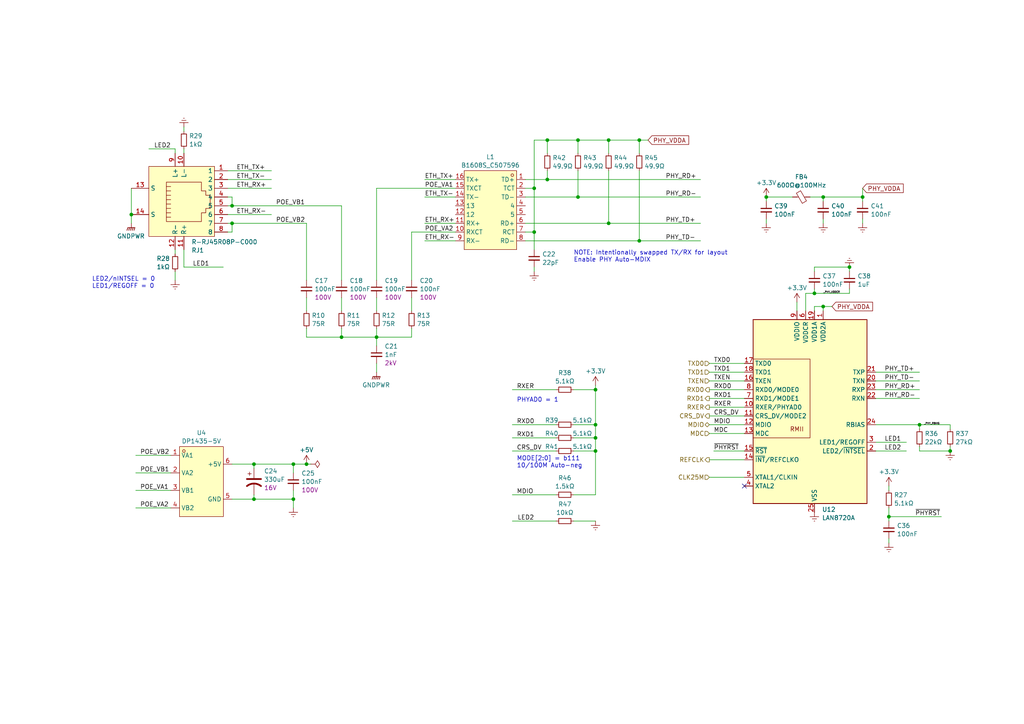
<source format=kicad_sch>
(kicad_sch (version 20231120) (generator "eeschema") (generator_version "8.0")
  (paper "A4")
  (lib_symbols
    (symbol "Device:C_Polarized_US" (pin_numbers hide) (pin_names (offset 0.254) hide)
      (property "Reference" "C" (at 0.635 2.54 0))
      (property "Value" "C_Polarized_US" (at 0.635 -2.54 0))
      (symbol "C_Polarized_US_0_1"
        (polyline (pts (xy -2.032 0.762) (xy 2.032 0.762)) (stroke (width 0.508)))
        (polyline (pts (xy -1.778 2.286) (xy -0.762 2.286)))
        (polyline (pts (xy -1.27 1.778) (xy -1.27 2.794)))
        (arc (start 2.032 -1.27) (mid 0 -0.5572) (end -2.032 -1.27) (stroke (width 0.508)))
      )
      (symbol "C_Polarized_US_1_1"
        (pin passive line (at 0 3.81 270) (length 2.794) (name "~") (number "1"))
        (pin passive line (at 0 -3.81 90) (length 3.302) (name "~") (number "2"))
      )
    )
    (symbol "Device:C_Small" (pin_numbers hide) (pin_names (offset 0.254) hide)
      (property "Reference" "C" (at 0.254 1.778 0))
      (property "Value" "C_Small" (at 0.254 -2.032 0))
      (symbol "C_Small_0_1"
        (polyline (pts (xy -1.524 -0.508) (xy 1.524 -0.508)) (stroke (width 0.3302)))
        (polyline (pts (xy -1.524 0.508) (xy 1.524 0.508)) (stroke (width 0.3048)))
      )
      (symbol "C_Small_1_1"
        (pin passive line (at 0 2.54 270) (length 2.032) (name "~") (number "1"))
        (pin passive line (at 0 -2.54 90) (length 2.032) (name "~") (number "2"))
      )
    )
    (symbol "Device:FerriteBead_Small" (pin_numbers hide) (pin_names (offset 0))
      (property "Reference" "FB" (at 1.905 1.27 0))
      (property "Value" "FerriteBead_Small" (at 1.905 -1.27 0))
      (symbol "FerriteBead_Small_0_1"
        (polyline (pts (xy 0 -1.27) (xy 0 -0.7874)))
        (polyline (pts (xy 0 0.889) (xy 0 1.2954)))
        (polyline (pts (xy -1.8288 0.2794) (xy -1.1176 1.4986) (xy 1.8288 -0.2032) (xy 1.1176 -1.4224) (xy -1.8288 0.2794)))
      )
      (symbol "FerriteBead_Small_1_1"
        (pin passive line (at 0 2.54 270) (length 1.27) (name "~") (number "1"))
        (pin passive line (at 0 -2.54 90) (length 1.27) (name "~") (number "2"))
      )
    )
    (symbol "Device:R_Small" (pin_numbers hide) (pin_names (offset 0.254) hide)
      (property "Reference" "R" (at 0.762 0.508 0))
      (property "Value" "R_Small" (at 0.762 -1.016 0))
      (symbol "R_Small_0_1"
        (rectangle (start -0.762 1.778) (end 0.762 -1.778) (stroke (width 0.2032)))
      )
      (symbol "R_Small_1_1"
        (pin passive line (at 0 2.54 270) (length 0.762) (name "~") (number "1"))
        (pin passive line (at 0 -2.54 90) (length 0.762) (name "~") (number "2"))
      )
    )
    (symbol "Interface_Ethernet:LAN8720A"
      (property "Reference" "U" (at -13.97 29.21 0))
      (property "Value" "LAN8720A" (at 15.24 29.21 0))
      (symbol "LAN8720A_0_0"
        (text "RMII" (at -5.08 -3.81 0) (effects (font (size 1.27 1.27))))
      )
      (symbol "LAN8720A_0_1"
        (rectangle (start -17.78 27.94) (end 15.24 -25.4) (stroke (width 0.254)) (fill (type background)))
        (polyline (pts (xy -17.78 -6.35) (xy -1.27 -6.35) (xy -1.27 16.51) (xy -17.78 16.51)))
      )
      (symbol "LAN8720A_1_1"
        (pin power_in line (at 2.54 30.48 270) (length 2.54) (name "VDD2A") (number "1"))
        (pin output line (at -20.32 2.54 0) (length 2.54) (name "RXER/PHYAD0") (number "10"))
        (pin bidirectional line (at -20.32 0 0) (length 2.54) (name "CRS_DV/MODE2") (number "11"))
        (pin bidirectional line (at -20.32 -2.54 0) (length 2.54) (name "MDIO") (number "12"))
        (pin input line (at -20.32 -5.08 0) (length 2.54) (name "MDC") (number "13"))
        (pin output line (at -20.32 -12.7 0) (length 2.54) (name "~{INT}/REFCLKO") (number "14"))
        (pin input line (at -20.32 -10.16 0) (length 2.54) (name "~{RST}") (number "15"))
        (pin input line (at -20.32 10.16 0) (length 2.54) (name "TXEN") (number "16"))
        (pin input line (at -20.32 15.24 0) (length 2.54) (name "TXD0") (number "17"))
        (pin input line (at -20.32 12.7 0) (length 2.54) (name "TXD1") (number "18"))
        (pin power_in line (at 0 30.48 270) (length 2.54) (name "VDD1A") (number "19"))
        (pin bidirectional line (at 17.78 -10.16 180) (length 2.54) (name "LED2/~{INTSEL}") (number "2"))
        (pin bidirectional line (at 17.78 10.16 180) (length 2.54) (name "TXN") (number "20"))
        (pin bidirectional line (at 17.78 12.7 180) (length 2.54) (name "TXP") (number "21"))
        (pin bidirectional line (at 17.78 5.08 180) (length 2.54) (name "RXN") (number "22"))
        (pin bidirectional line (at 17.78 7.62 180) (length 2.54) (name "RXP") (number "23"))
        (pin passive line (at 17.78 -2.54 180) (length 2.54) (name "RBIAS") (number "24"))
        (pin power_in line (at 0 -27.94 90) (length 2.54) (name "VSS") (number "25"))
        (pin bidirectional line (at 17.78 -7.62 180) (length 2.54) (name "LED1/REGOFF") (number "3"))
        (pin output line (at -20.32 -20.32 0) (length 2.54) (name "XTAL2") (number "4"))
        (pin input line (at -20.32 -17.78 0) (length 2.54) (name "XTAL1/CLKIN") (number "5"))
        (pin power_in line (at -2.54 30.48 270) (length 2.54) (name "VDDCR") (number "6"))
        (pin bidirectional line (at -20.32 5.08 0) (length 2.54) (name "RXD1/MODE1") (number "7"))
        (pin bidirectional line (at -20.32 7.62 0) (length 2.54) (name "RXD0/MODE0") (number "8"))
        (pin power_in line (at -5.08 30.48 270) (length 2.54) (name "VDDIO") (number "9"))
      )
    )
    (symbol "easyeda2kicad:B1608S_C507596"
      (property "Reference" "L" (at 0 12.7 0))
      (property "Value" "B1608S_C507596" (at 0 -15.24 0))
      (symbol "B1608S_C507596_0_1"
        (rectangle (start -7.62 10.16) (end 7.62 -12.7) (fill (type background)))
        (circle (center -6.35 8.89) (radius 0.38))
        (pin unspecified line (at -10.16 7.62 0) (length 2.54) (name "TD+") (number "1"))
        (pin unspecified line (at 10.16 -7.62 180) (length 2.54) (name "RXCT") (number "10"))
        (pin unspecified line (at 10.16 -5.08 180) (length 2.54) (name "RX+") (number "11"))
        (pin unspecified line (at 10.16 -2.54 180) (length 2.54) (name "12") (number "12"))
        (pin unspecified line (at 10.16 0 180) (length 2.54) (name "13") (number "13"))
        (pin unspecified line (at 10.16 2.54 180) (length 2.54) (name "TX-") (number "14"))
        (pin unspecified line (at 10.16 5.08 180) (length 2.54) (name "TXCT") (number "15"))
        (pin unspecified line (at 10.16 7.62 180) (length 2.54) (name "TX+") (number "16"))
        (pin unspecified line (at -10.16 5.08 0) (length 2.54) (name "TCT") (number "2"))
        (pin unspecified line (at -10.16 2.54 0) (length 2.54) (name "TD-") (number "3"))
        (pin unspecified line (at -10.16 0 0) (length 2.54) (name "4") (number "4"))
        (pin unspecified line (at -10.16 -2.54 0) (length 2.54) (name "5") (number "5"))
        (pin unspecified line (at -10.16 -5.08 0) (length 2.54) (name "RD+") (number "6"))
        (pin unspecified line (at -10.16 -7.62 0) (length 2.54) (name "RCT") (number "7"))
        (pin unspecified line (at -10.16 -10.16 0) (length 2.54) (name "RD-") (number "8"))
        (pin unspecified line (at 10.16 -10.16 180) (length 2.54) (name "RX-") (number "9"))
      )
    )
    (symbol "easyeda2kicad:DP1435-5V"
      (property "Reference" "U" (at 0 12.7 0))
      (property "Value" "DP1435-5V" (at 0 -12.7 0))
      (symbol "DP1435-5V_0_1"
        (rectangle (start -6.35 10.16) (end 6.35 -10.16) (fill (type background)))
        (circle (center -5.08 8.89) (radius 0.38))
        (pin unspecified line (at -8.89 7.62 0) (length 2.54) (name "VA1") (number "1"))
        (pin unspecified line (at -8.89 2.54 0) (length 2.54) (name "VA2") (number "2"))
        (pin unspecified line (at -8.89 -2.54 0) (length 2.54) (name "VB1") (number "3"))
        (pin unspecified line (at -8.89 -7.62 0) (length 2.54) (name "VB2") (number "4"))
        (pin unspecified line (at 8.89 -5.08 180) (length 2.54) (name "GND") (number "5"))
        (pin unspecified line (at 8.89 5.08 180) (length 2.54) (name "+5V") (number "6"))
      )
    )
    (symbol "easyeda2kicad:R-RJ45R08P-C000"
      (property "Reference" "RJ" (at 0 20.32 0))
      (property "Value" "R-RJ45R08P-C000" (at 0 -17.78 0))
      (symbol "R-RJ45R08P-C000_0_1"
        (rectangle (start -11.43 10.16) (end 8.89 -8.89) (fill (type background)))
        (polyline (pts (xy -5.59 3.81) (xy -5.59 5.08) (xy -5.59 5.08)))
        (polyline (pts (xy -4.32 5.08) (xy -4.32 3.81) (xy -4.32 3.81)))
        (polyline (pts (xy -3.05 5.08) (xy -3.05 3.81) (xy -3.05 3.81)))
        (polyline (pts (xy -1.78 5.08) (xy -1.78 3.81) (xy -1.78 3.81)))
        (polyline (pts (xy -0.51 5.08) (xy -0.51 3.81) (xy -0.51 3.81)))
        (polyline (pts (xy 0.76 5.08) (xy 0.76 3.81) (xy 0.76 3.81)))
        (polyline (pts (xy 2.03 3.81) (xy 2.03 5.08) (xy 2.03 5.08)))
        (polyline (pts (xy 3.3 3.81) (xy 3.3 5.08) (xy 3.3 5.08)))
        (polyline (pts (xy -6.86 5.08) (xy 4.57 5.08) (xy 4.57 -5.08) (xy 2.03 -5.08) (xy 2.03 -6.35) (xy 0.76 -6.35) (xy 0.76 -7.62) (xy -3.05 -7.62) (xy -3.05 -6.35) (xy -4.32 -6.35) (xy -4.32 -5.08) (xy -6.86 -5.08) (xy -6.86 5.08) (xy -6.86 5.08)) (fill (type background)))
        (pin unspecified line (at -10.16 -12.7 90) (length 3.81) (name "1") (number "1"))
        (pin unspecified line (at -15.24 0 0) (length 3.81) (name "L-") (number "10"))
        (pin unspecified line (at 12.7 0 180) (length 3.81) (name "R+") (number "11"))
        (pin unspecified line (at 12.7 2.54 180) (length 3.81) (name "R-") (number "12"))
        (pin unspecified line (at -5.08 15.24 270) (length 5.08) (name "S") (number "13"))
        (pin unspecified line (at 2.54 15.24 270) (length 5.08) (name "S") (number "14"))
        (pin unspecified line (at -7.62 -12.7 90) (length 3.81) (name "2") (number "2"))
        (pin unspecified line (at -5.08 -12.7 90) (length 3.81) (name "3") (number "3"))
        (pin unspecified line (at -2.54 -12.7 90) (length 3.81) (name "4") (number "4"))
        (pin unspecified line (at 0 -12.7 90) (length 3.81) (name "5") (number "5"))
        (pin unspecified line (at 2.54 -12.7 90) (length 3.81) (name "6") (number "6"))
        (pin unspecified line (at 5.08 -12.7 90) (length 3.81) (name "7") (number "7"))
        (pin unspecified line (at 7.62 -12.7 90) (length 3.81) (name "8") (number "8"))
        (pin unspecified line (at -15.24 2.54 0) (length 3.81) (name "L+") (number "9"))
      )
    )
    (symbol "power:+3.3V" (power) (pin_names (offset 0))
      (property "Value" "+3.3V" (at 0 3.556 0))
      (symbol "+3.3V_0_1"
        (polyline (pts (xy -0.762 1.27) (xy 0 2.54)))
        (polyline (pts (xy 0 0) (xy 0 2.54)))
        (polyline (pts (xy 0 2.54) (xy 0.762 1.27)))
      )
      (symbol "+3.3V_1_1"
        (pin power_in line (at 0 0 90) (length 0) hide (name "+3.3V") (number "1"))
      )
    )
    (symbol "power:+5V" (power) (pin_names (offset 0))
      (property "Value" "+5V" (at 0 3.556 0))
      (symbol "+5V_0_1"
        (polyline (pts (xy -0.762 1.27) (xy 0 2.54)))
        (polyline (pts (xy 0 0) (xy 0 2.54)))
        (polyline (pts (xy 0 2.54) (xy 0.762 1.27)))
      )
      (symbol "+5V_1_1"
        (pin power_in line (at 0 0 90) (length 0) hide (name "+5V") (number "1"))
      )
    )
    (symbol "power:Earth" (power) (pin_names (offset 0))
      (symbol "Earth_0_1"
        (polyline (pts (xy -0.635 -1.905) (xy 0.635 -1.905)))
        (polyline (pts (xy -0.127 -2.54) (xy 0.127 -2.54)))
        (polyline (pts (xy 0 -1.27) (xy 0 0)))
        (polyline (pts (xy 1.27 -1.27) (xy -1.27 -1.27)))
      )
      (symbol "Earth_1_1"
        (pin power_in line (at 0 0 270) (length 0) hide (name "Earth") (number "1"))
      )
    )
    (symbol "power:GNDPWR" (power) (pin_names (offset 0))
      (property "Value" "GNDPWR" (at 0 -3.302 0))
      (symbol "GNDPWR_0_1"
        (polyline (pts (xy 0 -1.27) (xy 0 0)))
        (polyline (pts (xy -1.016 -1.27) (xy -1.27 -2.032) (xy -1.27 -2.032)) (stroke (width 0.2032)))
        (polyline (pts (xy -0.508 -1.27) (xy -0.762 -2.032) (xy -0.762 -2.032)) (stroke (width 0.2032)))
        (polyline (pts (xy 0 -1.27) (xy -0.254 -2.032) (xy -0.254 -2.032)) (stroke (width 0.2032)))
        (polyline (pts (xy 0.508 -1.27) (xy 0.254 -2.032) (xy 0.254 -2.032)) (stroke (width 0.2032)))
        (polyline (pts (xy 1.016 -1.27) (xy -1.016 -1.27) (xy -1.016 -1.27)) (stroke (width 0.2032)))
        (polyline (pts (xy 1.016 -1.27) (xy 0.762 -2.032) (xy 0.762 -2.032) (xy 0.762 -2.032)) (stroke (width 0.2032)))
      )
      (symbol "GNDPWR_1_1"
        (pin power_in line (at 0 0 270) (length 0) hide (name "GNDPWR") (number "1"))
      )
    )
    (symbol "power:PWR_FLAG" (power) (pin_numbers hide) (pin_names (offset 0) hide)
      (property "Value" "PWR_FLAG" (at 0 3.81 0))
      (symbol "PWR_FLAG_0_0"
        (pin power_out line (at 0 0 90) (length 0) (name "pwr") (number "1"))
      )
      (symbol "PWR_FLAG_0_1"
        (polyline (pts (xy 0 0) (xy 0 1.27) (xy -1.016 1.905) (xy 0 2.54) (xy 1.016 1.905) (xy 0 1.27)))
      )
    )
  )
  (junction (at 176.53 64.77))
  (junction (at 154.94 67.31))
  (junction (at 176.53 40.64))
  (junction (at 38.1 62.23))
  (junction (at 167.64 40.64))
  (junction (at 73.66 144.78))
  (junction (at 99.06 97.79))
  (junction (at 85.09 144.78))
  (junction (at 185.42 69.85))
  (junction (at 158.75 40.64))
  (junction (at 154.94 54.61))
  (junction (at 238.76 88.9))
  (junction (at 257.81 149.86))
  (junction (at 85.09 134.62))
  (junction (at 67.31 59.69))
  (junction (at 246.38 77.47))
  (junction (at 167.64 57.15))
  (junction (at 172.72 123.19))
  (junction (at 266.7 123.19))
  (junction (at 109.22 97.79))
  (junction (at 172.72 127))
  (junction (at 172.72 113.03))
  (junction (at 67.31 64.77))
  (junction (at 73.66 134.62))
  (junction (at 185.42 40.64))
  (junction (at 275.59 130.81))
  (junction (at 236.22 85.09))
  (junction (at 222.25 57.15))
  (junction (at 88.9 134.62))
  (junction (at 172.72 130.81))
  (junction (at 250.19 57.15))
  (junction (at 238.76 57.15))
  (junction (at 158.75 52.07))
  (no_connect (at 215.9 140.97))
  (wire (pts (xy 166.37 127) (xy 172.72 127)))
  (wire (pts (xy 250.19 54.61) (xy 250.19 57.15)))
  (wire (pts (xy 185.42 40.64) (xy 185.42 44.45)))
  (wire (pts (xy 66.04 62.23) (xy 78.74 62.23)))
  (wire (pts (xy 148.59 143.51) (xy 161.29 143.51)))
  (wire (pts (xy 67.31 67.31) (xy 67.31 64.77)))
  (wire (pts (xy 176.53 40.64) (xy 176.53 44.45)))
  (wire (pts (xy 176.53 49.53) (xy 176.53 64.77)))
  (wire (pts (xy 257.81 147.32) (xy 257.81 149.86)))
  (wire (pts (xy 236.22 77.47) (xy 236.22 78.74)))
  (wire (pts (xy 250.19 58.42) (xy 250.19 57.15)))
  (wire (pts (xy 109.22 105.41) (xy 109.22 107.95)))
  (wire (pts (xy 236.22 85.09) (xy 246.38 85.09)))
  (wire (pts (xy 50.8 43.18) (xy 50.8 44.45)))
  (wire (pts (xy 123.19 64.77) (xy 132.08 64.77)))
  (wire (pts (xy 172.72 130.81) (xy 172.72 127)))
  (wire (pts (xy 254 110.49) (xy 266.7 110.49)))
  (wire (pts (xy 123.19 52.07) (xy 132.08 52.07)))
  (wire (pts (xy 99.06 86.36) (xy 99.06 90.17)))
  (wire (pts (xy 88.9 64.77) (xy 88.9 81.28)))
  (wire (pts (xy 207.01 130.81) (xy 215.9 130.81)))
  (wire (pts (xy 205.74 120.65) (xy 215.9 120.65)))
  (wire (pts (xy 73.66 134.62) (xy 85.09 134.62)))
  (wire (pts (xy 205.74 113.03) (xy 215.9 113.03)))
  (wire (pts (xy 167.64 40.64) (xy 167.64 44.45)))
  (wire (pts (xy 66.04 54.61) (xy 78.74 54.61)))
  (wire (pts (xy 88.9 95.25) (xy 88.9 97.79)))
  (wire (pts (xy 246.38 77.47) (xy 246.38 78.74)))
  (wire (pts (xy 205.74 110.49) (xy 215.9 110.49)))
  (wire (pts (xy 66.04 59.69) (xy 67.31 59.69)))
  (wire (pts (xy 158.75 40.64) (xy 154.94 40.64)))
  (wire (pts (xy 254 115.57) (xy 266.7 115.57)))
  (wire (pts (xy 257.81 149.86) (xy 273.05 149.86)))
  (wire (pts (xy 123.19 69.85) (xy 132.08 69.85)))
  (wire (pts (xy 266.7 130.81) (xy 275.59 130.81)))
  (wire (pts (xy 38.1 54.61) (xy 38.1 62.23)))
  (wire (pts (xy 73.66 143.51) (xy 73.66 144.78)))
  (wire (pts (xy 246.38 83.82) (xy 246.38 85.09)))
  (wire (pts (xy 99.06 97.79) (xy 109.22 97.79)))
  (wire (pts (xy 148.59 127) (xy 161.29 127)))
  (wire (pts (xy 109.22 95.25) (xy 109.22 97.79)))
  (wire (pts (xy 167.64 57.15) (xy 203.2 57.15)))
  (wire (pts (xy 85.09 147.32) (xy 85.09 144.78)))
  (wire (pts (xy 187.96 40.64) (xy 185.42 40.64)))
  (wire (pts (xy 66.04 52.07) (xy 78.74 52.07)))
  (wire (pts (xy 238.76 88.9) (xy 241.3 88.9)))
  (wire (pts (xy 88.9 134.62) (xy 90.17 134.62)))
  (wire (pts (xy 238.76 57.15) (xy 250.19 57.15)))
  (wire (pts (xy 185.42 40.64) (xy 176.53 40.64)))
  (wire (pts (xy 222.25 63.5) (xy 222.25 64.77)))
  (wire (pts (xy 166.37 130.81) (xy 172.72 130.81)))
  (wire (pts (xy 205.74 123.19) (xy 215.9 123.19)))
  (wire (pts (xy 109.22 97.79) (xy 109.22 100.33)))
  (wire (pts (xy 64.77 77.47) (xy 53.34 77.47)))
  (wire (pts (xy 236.22 88.9) (xy 238.76 88.9)))
  (wire (pts (xy 148.59 130.81) (xy 161.29 130.81)))
  (wire (pts (xy 154.94 67.31) (xy 154.94 72.39)))
  (wire (pts (xy 266.7 123.19) (xy 266.7 124.46)))
  (wire (pts (xy 39.37 142.24) (xy 49.53 142.24)))
  (wire (pts (xy 148.59 123.19) (xy 161.29 123.19)))
  (wire (pts (xy 185.42 49.53) (xy 185.42 69.85)))
  (wire (pts (xy 205.74 133.35) (xy 215.9 133.35)))
  (wire (pts (xy 275.59 129.54) (xy 275.59 130.81)))
  (wire (pts (xy 148.59 113.03) (xy 161.29 113.03)))
  (wire (pts (xy 85.09 142.24) (xy 85.09 144.78)))
  (wire (pts (xy 148.59 151.13) (xy 161.29 151.13)))
  (wire (pts (xy 275.59 123.19) (xy 275.59 124.46)))
  (wire (pts (xy 236.22 77.47) (xy 246.38 77.47)))
  (wire (pts (xy 39.37 137.16) (xy 49.53 137.16)))
  (wire (pts (xy 229.87 57.15) (xy 222.25 57.15)))
  (wire (pts (xy 167.64 49.53) (xy 167.64 57.15)))
  (wire (pts (xy 166.37 151.13) (xy 172.72 151.13)))
  (wire (pts (xy 238.76 63.5) (xy 238.76 64.77)))
  (wire (pts (xy 166.37 143.51) (xy 172.72 143.51)))
  (wire (pts (xy 172.72 113.03) (xy 172.72 123.19)))
  (wire (pts (xy 236.22 83.82) (xy 236.22 85.09)))
  (wire (pts (xy 254 113.03) (xy 266.7 113.03)))
  (wire (pts (xy 205.74 125.73) (xy 215.9 125.73)))
  (wire (pts (xy 176.53 64.77) (xy 203.2 64.77)))
  (wire (pts (xy 172.72 111.76) (xy 172.72 113.03)))
  (wire (pts (xy 205.74 105.41) (xy 215.9 105.41)))
  (wire (pts (xy 158.75 49.53) (xy 158.75 52.07)))
  (wire (pts (xy 152.4 64.77) (xy 176.53 64.77)))
  (wire (pts (xy 233.68 85.09) (xy 236.22 85.09)))
  (wire (pts (xy 154.94 40.64) (xy 154.94 54.61)))
  (wire (pts (xy 154.94 67.31) (xy 154.94 54.61)))
  (wire (pts (xy 43.18 43.18) (xy 50.8 43.18)))
  (wire (pts (xy 73.66 144.78) (xy 85.09 144.78)))
  (wire (pts (xy 109.22 54.61) (xy 132.08 54.61)))
  (wire (pts (xy 238.76 88.9) (xy 238.76 90.17)))
  (wire (pts (xy 254 107.95) (xy 266.7 107.95)))
  (wire (pts (xy 73.66 134.62) (xy 73.66 135.89)))
  (wire (pts (xy 172.72 123.19) (xy 166.37 123.19)))
  (wire (pts (xy 99.06 59.69) (xy 99.06 81.28)))
  (wire (pts (xy 66.04 57.15) (xy 67.31 57.15)))
  (wire (pts (xy 119.38 97.79) (xy 119.38 95.25)))
  (wire (pts (xy 185.42 69.85) (xy 203.2 69.85)))
  (wire (pts (xy 152.4 52.07) (xy 158.75 52.07)))
  (wire (pts (xy 109.22 97.79) (xy 119.38 97.79)))
  (wire (pts (xy 152.4 57.15) (xy 167.64 57.15)))
  (wire (pts (xy 123.19 57.15) (xy 132.08 57.15)))
  (wire (pts (xy 99.06 95.25) (xy 99.06 97.79)))
  (wire (pts (xy 254 123.19) (xy 266.7 123.19)))
  (wire (pts (xy 205.74 107.95) (xy 215.9 107.95)))
  (wire (pts (xy 85.09 134.62) (xy 88.9 134.62)))
  (wire (pts (xy 53.34 43.18) (xy 53.34 44.45)))
  (wire (pts (xy 205.74 118.11) (xy 215.9 118.11)))
  (wire (pts (xy 109.22 81.28) (xy 109.22 54.61)))
  (wire (pts (xy 50.8 78.74) (xy 50.8 81.28)))
  (wire (pts (xy 152.4 67.31) (xy 154.94 67.31)))
  (wire (pts (xy 172.72 130.81) (xy 172.72 143.51)))
  (wire (pts (xy 67.31 57.15) (xy 67.31 59.69)))
  (wire (pts (xy 154.94 54.61) (xy 152.4 54.61)))
  (wire (pts (xy 109.22 86.36) (xy 109.22 90.17)))
  (wire (pts (xy 119.38 81.28) (xy 119.38 67.31)))
  (wire (pts (xy 222.25 57.15) (xy 222.25 58.42)))
  (wire (pts (xy 231.14 87.63) (xy 231.14 90.17)))
  (wire (pts (xy 66.04 67.31) (xy 67.31 67.31)))
  (wire (pts (xy 53.34 36.83) (xy 53.34 38.1)))
  (wire (pts (xy 167.64 40.64) (xy 158.75 40.64)))
  (wire (pts (xy 88.9 97.79) (xy 99.06 97.79)))
  (wire (pts (xy 39.37 132.08) (xy 49.53 132.08)))
  (wire (pts (xy 257.81 156.21) (xy 257.81 157.48)))
  (wire (pts (xy 119.38 86.36) (xy 119.38 90.17)))
  (wire (pts (xy 172.72 113.03) (xy 166.37 113.03)))
  (wire (pts (xy 266.7 123.19) (xy 275.59 123.19)))
  (wire (pts (xy 205.74 115.57) (xy 215.9 115.57)))
  (wire (pts (xy 67.31 64.77) (xy 88.9 64.77)))
  (wire (pts (xy 152.4 69.85) (xy 185.42 69.85)))
  (wire (pts (xy 158.75 40.64) (xy 158.75 44.45)))
  (wire (pts (xy 205.74 138.43) (xy 215.9 138.43)))
  (wire (pts (xy 250.19 63.5) (xy 250.19 64.77)))
  (wire (pts (xy 66.04 49.53) (xy 78.74 49.53)))
  (wire (pts (xy 234.95 57.15) (xy 238.76 57.15)))
  (wire (pts (xy 67.31 59.69) (xy 99.06 59.69)))
  (wire (pts (xy 236.22 90.17) (xy 236.22 88.9)))
  (wire (pts (xy 38.1 62.23) (xy 38.1 64.77)))
  (wire (pts (xy 266.7 129.54) (xy 266.7 130.81)))
  (wire (pts (xy 172.72 127) (xy 172.72 123.19)))
  (wire (pts (xy 119.38 67.31) (xy 132.08 67.31)))
  (wire (pts (xy 50.8 72.39) (xy 50.8 73.66)))
  (wire (pts (xy 254 130.81) (xy 262.89 130.81)))
  (wire (pts (xy 53.34 72.39) (xy 53.34 77.47)))
  (wire (pts (xy 88.9 86.36) (xy 88.9 90.17)))
  (wire (pts (xy 154.94 77.47) (xy 154.94 78.74)))
  (wire (pts (xy 176.53 40.64) (xy 167.64 40.64)))
  (wire (pts (xy 257.81 140.97) (xy 257.81 142.24)))
  (wire (pts (xy 67.31 144.78) (xy 73.66 144.78)))
  (wire (pts (xy 85.09 134.62) (xy 85.09 137.16)))
  (wire (pts (xy 67.31 64.77) (xy 66.04 64.77)))
  (wire (pts (xy 254 128.27) (xy 262.89 128.27)))
  (wire (pts (xy 257.81 149.86) (xy 257.81 151.13)))
  (wire (pts (xy 233.68 90.17) (xy 233.68 85.09)))
  (wire (pts (xy 238.76 57.15) (xy 238.76 58.42)))
  (wire (pts (xy 67.31 134.62) (xy 73.66 134.62)))
  (wire (pts (xy 158.75 52.07) (xy 203.2 52.07)))
  (wire (pts (xy 39.37 147.32) (xy 49.53 147.32)))
  (text "LED2/nINTSEL = 0\nLED1/REGOFF = 0" (at 26.67 83.82 0) (effects (font (size 1.27 1.27)) (justify left bottom)))
  (text "PHYAD0 = 1" (at 149.86 116.84 0) (effects (font (size 1.27 1.27)) (justify left bottom)))
  (text "NOTE: Intentionally swapped TX/RX for layout\nEnable PHY Auto-MDIX" (at 166.37 76.2 0) (effects (font (size 1.27 1.27)) (justify left bottom)))
  (text "MODE[2:0] = b111\n10/100M Auto-neg" (at 149.86 135.89 0) (effects (font (size 1.27 1.27)) (justify left bottom)))
  (label "LED2" (at 256.54 130.81 0))
  (label "RXD0" (at 207.01 113.03 0))
  (label "POE_VB2" (at 80.01 64.77 0))
  (label "CRS_DV" (at 207.01 120.65 0))
  (label "POE_VB1" (at 40.64 137.16 0))
  (label "PHY_RD-" (at 193.04 57.15 0))
  (label "TXD0" (at 207.01 105.41 0))
  (label "TXD1" (at 207.01 107.95 0))
  (label "PHY_TD-" (at 193.04 69.85 0))
  (label "POE_VA2" (at 123.19 67.31 0))
  (label "~{PHYRST}" (at 207.01 130.81 0))
  (label "LED2" (at 154.94 151.13 180))
  (label "RXD1" (at 149.86 127 0))
  (label "POE_VA1" (at 40.64 142.24 0))
  (label "ETH_RX-" (at 68.58 62.23 0))
  (label "PHY_TD+" (at 256.54 107.95 0))
  (label "ETH_TX-" (at 68.58 52.07 0))
  (label "ETH_TX-" (at 123.19 57.15 0))
  (label "LED1" (at 55.88 77.47 0))
  (label "ETH_TX+" (at 123.19 52.07 0))
  (label "LED2" (at 49.53 43.18 180))
  (label "CRS_DV" (at 149.86 130.81 0))
  (label "TXEN" (at 207.01 110.49 0))
  (label "POE_VB1" (at 80.01 59.69 0))
  (label "MDIO" (at 149.86 143.51 0))
  (label "ETH_RX+" (at 68.58 54.61 0))
  (label "PHY_TD+" (at 193.04 64.77 0))
  (label "ETH_TX+" (at 68.58 49.53 0))
  (label "RXER" (at 149.86 113.03 0))
  (label "RXD1" (at 207.01 115.57 0))
  (label "~{PHYRST}" (at 265.43 149.86 0))
  (label "LED1" (at 256.54 128.27 0))
  (label "POE_VB2" (at 40.64 132.08 0))
  (label "PHY_RD+" (at 256.54 113.03 0))
  (label "MDC" (at 207.01 125.73 0))
  (label "PHY_TD-" (at 256.54 110.49 0))
  (label "PHY_RD+" (at 193.04 52.07 0))
  (label "_PHY_RBIAS" (at 267.97 123.19 0) (effects (font (size 0.508 0.508))))
  (label "MDIO" (at 207.01 123.19 0))
  (label "RXER" (at 207.01 118.11 0))
  (label "_PHY_VDDCR" (at 238.76 85.09 0) (effects (font (size 0.508 0.508))))
  (label "POE_VA2" (at 40.64 147.32 0))
  (label "PHY_RD-" (at 256.54 115.57 0))
  (label "ETH_RX+" (at 123.19 64.77 0))
  (label "ETH_RX-" (at 123.19 69.85 0))
  (label "POE_VA1" (at 123.19 54.61 0))
  (label "RXD0" (at 149.86 123.19 0))
  (global_label "PHY_VDDA" (shape input) (at 250.19 54.61 0) (property "Intersheetrefs" "${INTERSHEET_REFS}" (effects (hide yes))))
  (global_label "PHY_VDDA" (shape input) (at 187.96 40.64 0) (property "Intersheetrefs" "${INTERSHEET_REFS}" (effects (hide yes))))
  (global_label "PHY_VDDA" (shape input) (at 241.3 88.9 0) (property "Intersheetrefs" "${INTERSHEET_REFS}" (effects (hide yes))))
  (hierarchical_label "TXD1" (shape input) (at 205.74 107.95 180))
  (hierarchical_label "MDC" (shape input) (at 205.74 125.73 180))
  (hierarchical_label "MDIO" (shape bidirectional) (at 205.74 123.19 180))
  (hierarchical_label "TXD0" (shape input) (at 205.74 105.41 180))
  (hierarchical_label "RXER" (shape output) (at 205.74 118.11 180))
  (hierarchical_label "CLK25M" (shape input) (at 205.74 138.43 180))
  (hierarchical_label "CRS_DV" (shape output) (at 205.74 120.65 180))
  (hierarchical_label "REFCLK" (shape output) (at 205.74 133.35 180))
  (hierarchical_label "RXD1" (shape output) (at 205.74 115.57 180))
  (hierarchical_label "RXD0" (shape output) (at 205.74 113.03 180))
  (hierarchical_label "TXEN" (shape input) (at 205.74 110.49 180))
  (symbol (lib_id "Device:FerriteBead_Small") (at 232.41 57.15 270) (mirror x) (unit 1)
    (property "Reference" "FB4" (at 232.4481 51.3039 90))
    (property "Value" "600Ω@100MHz" (at 232.4481 53.7281 90))
    (property "Footprint" "Inductor_SMD:L_0603_1608Metric" (effects (hide yes)))
    (property "LCSC Part" "C1002" (effects (hide yes)))
  )
  (symbol (lib_id "Device:R_Small") (at 275.59 127 0) (unit 1)
    (property "Reference" "R37" (at 277.0886 125.7879 0) (effects (justify left)))
    (property "Value" "27kΩ" (at 277.0886 128.2121 0) (effects (justify left)))
    (property "Footprint" "Resistor_SMD:R_0603_1608Metric" (effects (hide yes)))
  )
  (symbol (lib_id "power:GNDPWR") (at 109.22 107.95 0) (unit 1)
    (property "Reference" "#PWR031" (effects (hide yes)))
    (property "Value" "GNDPWR" (at 109.093 111.6767 0))
  )
  (symbol (lib_id "power:+3.3V") (at 222.25 57.15 0) (unit 1)
    (property "Reference" "#PWR018" (effects (hide yes)))
    (property "Value" "+3.3V" (at 222.25 53.0169 0))
  )
  (symbol (lib_id "Device:R_Small") (at 163.83 113.03 90) (unit 1)
    (property "Reference" "R38" (at 163.83 108.1491 90))
    (property "Value" "5.1kΩ" (at 163.83 110.5733 90))
    (property "Footprint" "Resistor_SMD:R_0402_1005Metric" (effects (hide yes)))
  )
  (symbol (lib_id "Device:C_Small") (at 238.76 60.96 0) (unit 1)
    (property "Reference" "C40" (at 241.0841 59.7542 0) (effects (justify left)))
    (property "Value" "100nF" (at 241.0841 62.1784 0) (effects (justify left)))
    (property "Footprint" "Capacitor_SMD:C_0402_1005Metric" (effects (hide yes)))
  )
  (symbol (lib_id "power:+3.3V") (at 257.81 140.97 0) (unit 1)
    (property "Reference" "#PWR016" (effects (hide yes)))
    (property "Value" "+3.3V" (at 257.81 136.8369 0))
  )
  (symbol (lib_id "Device:R_Small") (at 163.83 151.13 90) (unit 1)
    (property "Reference" "R47" (at 163.83 146.2491 90))
    (property "Value" "10kΩ" (at 163.83 148.6733 90))
    (property "Footprint" "Resistor_SMD:R_0402_1005Metric" (effects (hide yes)))
  )
  (symbol (lib_id "power:Earth") (at 154.94 78.74 0) (unit 1)
    (property "Reference" "#PWR032" (effects (hide yes)))
    (property "Value" "Earth" (effects (hide yes)))
  )
  (symbol (lib_id "power:Earth") (at 250.19 64.77 0) (unit 1)
    (property "Reference" "#PWR044" (effects (hide yes)))
    (property "Value" "Earth" (effects (hide yes)))
  )
  (symbol (lib_id "power:Earth") (at 53.34 36.83 180) (unit 1)
    (property "Reference" "#PWR033" (effects (hide yes)))
    (property "Value" "Earth" (effects (hide yes)))
  )
  (symbol (lib_id "Device:R_Small") (at 53.34 40.64 180) (unit 1)
    (property "Reference" "R29" (at 54.8386 39.4279 0) (effects (justify right)))
    (property "Value" "1kΩ" (at 54.8386 41.8521 0) (effects (justify right)))
    (property "Footprint" "Resistor_SMD:R_0402_1005Metric" (effects (hide yes)))
  )
  (symbol (lib_id "Device:R_Small") (at 163.83 127 90) (unit 1)
    (property "Reference" "R40" (at 160.02 125.73 90))
    (property "Value" "5.1kΩ" (at 168.91 125.73 90))
    (property "Footprint" "Resistor_SMD:R_0402_1005Metric" (effects (hide yes)))
  )
  (symbol (lib_id "Device:R_Small") (at 50.8 76.2 0) (unit 1)
    (property "Reference" "R28" (at 49.3014 74.9879 0) (effects (justify right)))
    (property "Value" "1kΩ" (at 49.3014 77.4121 0) (effects (justify right)))
    (property "Footprint" "Resistor_SMD:R_0402_1005Metric" (effects (hide yes)))
  )
  (symbol (lib_id "power:Earth") (at 85.09 147.32 0) (unit 1)
    (property "Reference" "#PWR034" (effects (hide yes)))
    (property "Value" "Earth" (effects (hide yes)))
  )
  (symbol (lib_id "Device:R_Small") (at 88.9 92.71 0) (unit 1)
    (property "Reference" "R10" (at 90.3986 91.4979 0) (effects (justify left)))
    (property "Value" "75R" (at 90.3986 93.9221 0) (effects (justify left)))
    (property "Footprint" "Resistor_SMD:R_0603_1608Metric" (effects (hide yes)))
  )
  (symbol (lib_id "Device:R_Small") (at 167.64 46.99 180) (unit 1)
    (property "Reference" "R43" (at 169.1386 45.7779 0) (effects (justify right)))
    (property "Value" "49.9Ω" (at 169.1386 48.2021 0) (effects (justify right)))
    (property "Footprint" "Resistor_SMD:R_0402_1005Metric" (effects (hide yes)))
  )
  (symbol (lib_id "Device:R_Small") (at 99.06 92.71 0) (unit 1)
    (property "Reference" "R11" (at 100.5586 91.4979 0) (effects (justify left)))
    (property "Value" "75R" (at 100.5586 93.9221 0) (effects (justify left)))
    (property "Footprint" "Resistor_SMD:R_0603_1608Metric" (effects (hide yes)))
  )
  (symbol (lib_id "Device:R_Small") (at 185.42 46.99 180) (unit 1)
    (property "Reference" "R45" (at 186.9186 45.7779 0) (effects (justify right)))
    (property "Value" "49.9Ω" (at 186.9186 48.2021 0) (effects (justify right)))
    (property "Footprint" "Resistor_SMD:R_0402_1005Metric" (effects (hide yes)))
  )
  (symbol (lib_id "Device:R_Small") (at 119.38 92.71 0) (unit 1)
    (property "Reference" "R13" (at 120.8786 91.4979 0) (effects (justify left)))
    (property "Value" "75R" (at 120.8786 93.9221 0) (effects (justify left)))
    (property "Footprint" "Resistor_SMD:R_0603_1608Metric" (effects (hide yes)))
  )
  (symbol (lib_id "power:Earth") (at 172.72 151.13 0) (unit 1)
    (property "Reference" "#PWR050" (effects (hide yes)))
    (property "Value" "Earth" (effects (hide yes)))
  )
  (symbol (lib_id "power:Earth") (at 275.59 130.81 0) (unit 1)
    (property "Reference" "#PWR045" (effects (hide yes)))
    (property "Value" "Earth" (effects (hide yes)))
  )
  (symbol (lib_id "easyeda2kicad:R-RJ45R08P-C000") (at 53.34 59.69 90) (mirror x) (unit 1)
    (property "Reference" "RJ1" (at 55.5341 72.5973 90) (effects (justify right)))
    (property "Value" "R-RJ45R08P-C000" (at 55.5341 70.1731 90) (effects (justify right)))
    (property "Footprint" "easyeda2kicad:RJ45-TH_R-RJ45R08P-C000" (effects (hide yes)))
    (property "Datasheet" "https://lcsc.com/product-detail/Ethernet-Connectors-Modular-Connectors-RJ45-RJ11_Shenzhen-Cankemeng-R-RJ45R08P-C000_C386757.html" (effects (hide yes)))
    (property "LCSC Part" "C386757" (effects (hide yes)))
  )
  (symbol (lib_id "power:Earth") (at 257.81 157.48 0) (unit 1)
    (property "Reference" "#PWR038" (effects (hide yes)))
    (property "Value" "Earth" (effects (hide yes)))
  )
  (symbol (lib_id "easyeda2kicad:B1608S_C507596") (at 142.24 59.69 0) (mirror y) (unit 1)
    (property "Reference" "L1" (at 142.24 45.5127 0))
    (property "Value" "B1608S_C507596" (at 142.24 47.9369 0))
    (property "Footprint" "easyeda2kicad:SMD-16_L12.7-W7.0-P1.27-LS9.5-BL" (effects (hide yes)))
    (property "Datasheet" "https://lcsc.com/product-detail/RJ45-Transformer_CND-tek-B1608S_C507596.html" (effects (hide yes)))
    (property "LCSC Part" "C507596" (effects (hide yes)))
  )
  (symbol (lib_id "Device:C_Small") (at 250.19 60.96 0) (unit 1)
    (property "Reference" "C41" (at 252.5141 59.7542 0) (effects (justify left)))
    (property "Value" "100nF" (at 252.5141 62.1784 0) (effects (justify left)))
    (property "Footprint" "Capacitor_SMD:C_0402_1005Metric" (effects (hide yes)))
  )
  (symbol (lib_id "Device:C_Small") (at 222.25 60.96 0) (unit 1)
    (property "Reference" "C39" (at 224.5741 59.7542 0) (effects (justify left)))
    (property "Value" "100nF" (at 224.5741 62.1784 0) (effects (justify left)))
    (property "Footprint" "Capacitor_SMD:C_0402_1005Metric" (effects (hide yes)))
  )
  (symbol (lib_id "power:+3.3V") (at 231.14 87.63 0) (unit 1)
    (property "Reference" "#PWR015" (effects (hide yes)))
    (property "Value" "+3.3V" (at 231.14 83.4969 0))
  )
  (symbol (lib_id "Device:R_Small") (at 163.83 123.19 90) (unit 1)
    (property "Reference" "R39" (at 160.02 121.92 90))
    (property "Value" "5.1kΩ" (at 168.91 121.92 90))
    (property "Footprint" "Resistor_SMD:R_0402_1005Metric" (effects (hide yes)))
  )
  (symbol (lib_id "Device:C_Small") (at 246.38 81.28 0) (unit 1)
    (property "Reference" "C38" (at 248.7041 80.0742 0) (effects (justify left)))
    (property "Value" "1uF" (at 248.7041 82.4984 0) (effects (justify left)))
    (property "Footprint" "Capacitor_SMD:C_0402_1005Metric" (effects (hide yes)))
  )
  (symbol (lib_id "Device:R_Small") (at 163.83 143.51 90) (unit 1)
    (property "Reference" "R46" (at 163.83 138.6291 90))
    (property "Value" "1.5kΩ" (at 163.83 141.0533 90))
    (property "Footprint" "Resistor_SMD:R_0402_1005Metric" (effects (hide yes)))
  )
  (symbol (lib_id "power:Earth") (at 50.8 81.28 0) (unit 1)
    (property "Reference" "#PWR049" (effects (hide yes)))
    (property "Value" "Earth" (effects (hide yes)))
  )
  (symbol (lib_id "Interface_Ethernet:LAN8720A") (at 236.22 120.65 0) (unit 1)
    (property "Reference" "U12" (at 238.4141 147.7701 0) (effects (justify left)))
    (property "Value" "LAN8720A" (at 238.4141 150.1943 0) (effects (justify left)))
    (property "Footprint" "Package_DFN_QFN:VQFN-24-1EP_4x4mm_P0.5mm_EP2.5x2.5mm" (effects (hide yes)))
    (property "Datasheet" "http://ww1.microchip.com/downloads/en/DeviceDoc/8720a.pdf" (effects (hide yes)))
  )
  (symbol (lib_id "power:+3.3V") (at 172.72 111.76 0) (unit 1)
    (property "Reference" "#PWR014" (effects (hide yes)))
    (property "Value" "+3.3V" (at 172.72 107.6269 0))
  )
  (symbol (lib_id "power:GNDPWR") (at 38.1 64.77 0) (unit 1)
    (property "Reference" "#PWR030" (effects (hide yes)))
    (property "Value" "GNDPWR" (at 37.973 68.4967 0))
  )
  (symbol (lib_id "Device:R_Small") (at 257.81 144.78 0) (unit 1)
    (property "Reference" "R27" (at 259.3086 143.5679 0) (effects (justify left)))
    (property "Value" "5.1kΩ" (at 259.3086 145.9921 0) (effects (justify left)))
    (property "Footprint" "Resistor_SMD:R_0402_1005Metric" (effects (hide yes)))
  )
  (symbol (lib_id "power:Earth") (at 222.25 64.77 0) (unit 1)
    (property "Reference" "#PWR042" (effects (hide yes)))
    (property "Value" "Earth" (effects (hide yes)))
  )
  (symbol (lib_id "Device:C_Small") (at 109.22 83.82 0) (unit 1)
    (property "Reference" "C19" (at 111.5441 81.4021 0) (effects (justify left)))
    (property "Value" "100nF" (at 111.5441 83.8263 0) (effects (justify left)))
    (property "Footprint" "Capacitor_SMD:C_0805_2012Metric" (effects (hide yes)))
    (property "Voltage" "100V" (at 111.5441 86.2505 0) (effects (justify left)))
  )
  (symbol (lib_id "power:Earth") (at 236.22 148.59 0) (unit 1)
    (property "Reference" "#PWR037" (effects (hide yes)))
    (property "Value" "Earth" (effects (hide yes)))
  )
  (symbol (lib_id "Device:R_Small") (at 176.53 46.99 180) (unit 1)
    (property "Reference" "R44" (at 178.0286 45.7779 0) (effects (justify right)))
    (property "Value" "49.9Ω" (at 178.0286 48.2021 0) (effects (justify right)))
    (property "Footprint" "Resistor_SMD:R_0402_1005Metric" (effects (hide yes)))
  )
  (symbol (lib_id "Device:R_Small") (at 109.22 92.71 0) (unit 1)
    (property "Reference" "R12" (at 110.7186 91.4979 0) (effects (justify left)))
    (property "Value" "75R" (at 110.7186 93.9221 0) (effects (justify left)))
    (property "Footprint" "Resistor_SMD:R_0603_1608Metric" (effects (hide yes)))
  )
  (symbol (lib_id "Device:C_Small") (at 109.22 102.87 0) (unit 1)
    (property "Reference" "C21" (at 111.5441 100.4521 0) (effects (justify left)))
    (property "Value" "1nF" (at 111.5441 102.8763 0) (effects (justify left)))
    (property "Footprint" "Capacitor_SMD:C_1206_3216Metric" (effects (hide yes)))
    (property "Voltage" "2kV" (at 111.5441 105.3005 0) (effects (justify left)))
  )
  (symbol (lib_id "Device:C_Small") (at 154.94 74.93 0) (unit 1)
    (property "Reference" "C22" (at 157.2641 73.7242 0) (effects (justify left)))
    (property "Value" "22pF" (at 157.2641 76.1484 0) (effects (justify left)))
    (property "Footprint" "Capacitor_SMD:C_0402_1005Metric" (effects (hide yes)))
  )
  (symbol (lib_id "Device:C_Small") (at 88.9 83.82 0) (unit 1)
    (property "Reference" "C17" (at 91.2241 81.4021 0) (effects (justify left)))
    (property "Value" "100nF" (at 91.2241 83.8263 0) (effects (justify left)))
    (property "Footprint" "Capacitor_SMD:C_0805_2012Metric" (effects (hide yes)))
    (property "Voltage" "100V" (at 91.2241 86.2505 0) (effects (justify left)))
  )
  (symbol (lib_id "power:Earth") (at 238.76 64.77 0) (unit 1)
    (property "Reference" "#PWR043" (effects (hide yes)))
    (property "Value" "Earth" (effects (hide yes)))
  )
  (symbol (lib_id "Device:C_Small") (at 99.06 83.82 0) (unit 1)
    (property "Reference" "C18" (at 101.3841 81.4021 0) (effects (justify left)))
    (property "Value" "100nF" (at 101.3841 83.8263 0) (effects (justify left)))
    (property "Footprint" "Capacitor_SMD:C_0805_2012Metric" (effects (hide yes)))
    (property "Voltage" "100V" (at 101.3841 86.2505 0) (effects (justify left)))
  )
  (symbol (lib_id "power:PWR_FLAG") (at 90.17 134.62 270) (unit 1)
    (property "Reference" "#FLG03" (effects (hide yes)))
    (property "Value" "PWR_FLAG" (effects (hide yes)))
  )
  (symbol (lib_id "power:Earth") (at 246.38 77.47 180) (unit 1)
    (property "Reference" "#PWR040" (effects (hide yes)))
    (property "Value" "Earth" (effects (hide yes)))
  )
  (symbol (lib_id "easyeda2kicad:DP1435-5V") (at 58.42 139.7 0) (unit 1)
    (property "Reference" "U4" (at 58.42 125.5227 0))
    (property "Value" "DP1435-5V" (at 58.42 127.9469 0))
    (property "Footprint" "easyeda2kicad:PWRM-TH_DP1435-XX" (effects (hide yes)))
    (property "LCSC Part" "C5380097" (effects (hide yes)))
  )
  (symbol (lib_id "Device:C_Polarized_US") (at 73.66 139.7 0) (unit 1)
    (property "Reference" "C24" (at 76.581 136.6408 0) (effects (justify left)))
    (property "Value" "330uF" (at 76.581 139.065 0) (effects (justify left)))
    (property "Footprint" "Capacitor_SMD:C_Elec_6.3x7.7" (effects (hide yes)))
    (property "Voltage" "16V" (at 76.581 141.4892 0) (effects (justify left)))
  )
  (symbol (lib_id "power:+5V") (at 88.9 134.62 0) (unit 1)
    (property "Reference" "#PWR023" (effects (hide yes)))
    (property "Value" "+5V" (at 88.9 130.4869 0))
  )
  (symbol (lib_id "Device:C_Small") (at 119.38 83.82 0) (unit 1)
    (property "Reference" "C20" (at 121.7041 81.4021 0) (effects (justify left)))
    (property "Value" "100nF" (at 121.7041 83.8263 0) (effects (justify left)))
    (property "Footprint" "Capacitor_SMD:C_0805_2012Metric" (effects (hide yes)))
    (property "Voltage" "100V" (at 121.7041 86.2505 0) (effects (justify left)))
  )
  (symbol (lib_id "Device:R_Small") (at 158.75 46.99 180) (unit 1)
    (property "Reference" "R42" (at 160.2486 45.7779 0) (effects (justify right)))
    (property "Value" "49.9Ω" (at 160.2486 48.2021 0) (effects (justify right)))
    (property "Footprint" "Resistor_SMD:R_0402_1005Metric" (effects (hide yes)))
  )
  (symbol (lib_id "Device:C_Small") (at 257.81 153.67 0) (unit 1)
    (property "Reference" "C36" (at 260.1341 152.4642 0) (effects (justify left)))
    (property "Value" "100nF" (at 260.1341 154.8884 0) (effects (justify left)))
    (property "Footprint" "Capacitor_SMD:C_0402_1005Metric" (effects (hide yes)))
  )
  (symbol (lib_id "Device:C_Small") (at 236.22 81.28 0) (unit 1)
    (property "Reference" "C37" (at 238.5441 80.0742 0) (effects (justify left)))
    (property "Value" "100nF" (at 238.5441 82.4984 0) (effects (justify left)))
    (property "Footprint" "Capacitor_SMD:C_0402_1005Metric" (effects (hide yes)))
  )
  (symbol (lib_id "Device:R_Small") (at 163.83 130.81 90) (unit 1)
    (property "Reference" "R41" (at 160.02 129.54 90))
    (property "Value" "5.1kΩ" (at 168.91 129.54 90))
    (property "Footprint" "Resistor_SMD:R_0402_1005Metric" (effects (hide yes)))
  )
  (symbol (lib_id "Device:R_Small") (at 266.7 127 0) (unit 1)
    (property "Reference" "R36" (at 268.1986 125.7879 0) (effects (justify left)))
    (property "Value" "22kΩ" (at 268.1986 128.2121 0) (effects (justify left)))
    (property "Footprint" "Resistor_SMD:R_0402_1005Metric" (effects (hide yes)))
  )
  (symbol (lib_id "Device:C_Small") (at 85.09 139.7 0) (unit 1)
    (property "Reference" "C25" (at 87.4141 137.2821 0) (effects (justify left)))
    (property "Value" "100nF" (at 87.4141 139.7063 0) (effects (justify left)))
    (property "Footprint" "Capacitor_SMD:C_0805_2012Metric" (effects (hide yes)))
    (property "Voltage" "100V" (at 87.4141 142.1305 0) (effects (justify left)))
  )
)
</source>
